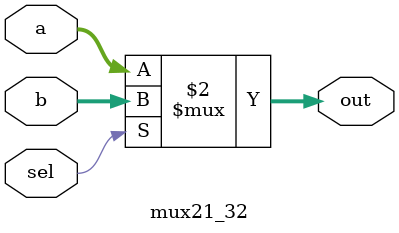
<source format=sv>
`timescale 1ns / 1ps


module processor(
    input logic clk,
    input logic rst,
    output logic [31:0] reg_write_data
    );

    logic [5:0] count;
    counter6bit PC(.clk(clk),
                   .reset(rst),
                   .count(count));
    logic [31:0] inst;
    instruction_memory im(.addr(count),
                          .data(inst));
    logic [5:0] rs;
    logic [5:0] rt;
    logic [5:0] rd;
    logic [14:0] imm;
    logic [3:0] ALUopsel;
    logic MUXsel1;
    logic MUXsel2;
    logic REGwrite;
    logic MEMwrite;
    controller cont(.instr(inst),
                    .rs(rs),
                    .rt(rt),
                    .rd(rd),
                    .imm(imm),
                    .ALUopsel(ALUopsel),
                    .MUXsel1(MUXsel1),
                    .MUXsel2(MUXsel2),
                    .REGwrite(REGwrite),
                    .MEMwrite(MEMwrite));
    logic [31:0] OperandA;
    logic [31:0] rd2;
    logic [31:0] wd;    
    reg_file rf(.ra1(rs),
                .ra2(rt),
                .wa(rd),
                .wd(wd),
                .we1(REGwrite),
                .rd1(OperandA),
                .clk(clk),
                .rd2(rd2));
   logic [31:0] ext_imm;
   signext15_32 ext(.A(imm),
                    .EXT_BY_17(ext_imm));
   logic [31:0] OperandB;
   mux21_32 mux1(.a(rd2),
              .b(ext_imm),
              .sel(MUXsel1),
              .out(OperandB));
   logic [31:0] ALUresult;
   logic c_flag;
   logic z_flag;
   logic o_flag;
   logic s_flag;
   alu_32bit alu(.op1(OperandA),
                         .op2(OperandB),
                         .opsel(ALUopsel[2:0]),
                         .mode(ALUopsel[3]),
                         .result(ALUresult),
                         .c_flag(c_flag),
                         .z_flag(z_flag),
                         .o_flag(o_flag),
                         .s_flag(s_flag));

  logic [31:0] read_data; 
  logic [6:0] dmemaddr;
  assign dmemaddr =  ALUresult[6:0];
  data_memory dm(.address(dmemaddr),
                 .wd(rd2),
                 .we2(MEMwrite),
                 .clk(clk),
                 .rd(read_data));
            
  mux21_32 mux2(.a(read_data),
             .b(ALUresult),
             .sel(MUXsel2),
             .out(wd));
  
  assign reg_write_data = wd;                          
endmodule

module mux21_32(
    input logic [31:0] a,
    input logic [31:0] b,
    input logic sel,
    output logic [31:0] out
    );
    assign out = (sel == 1'b0)? a:b;
endmodule

</source>
